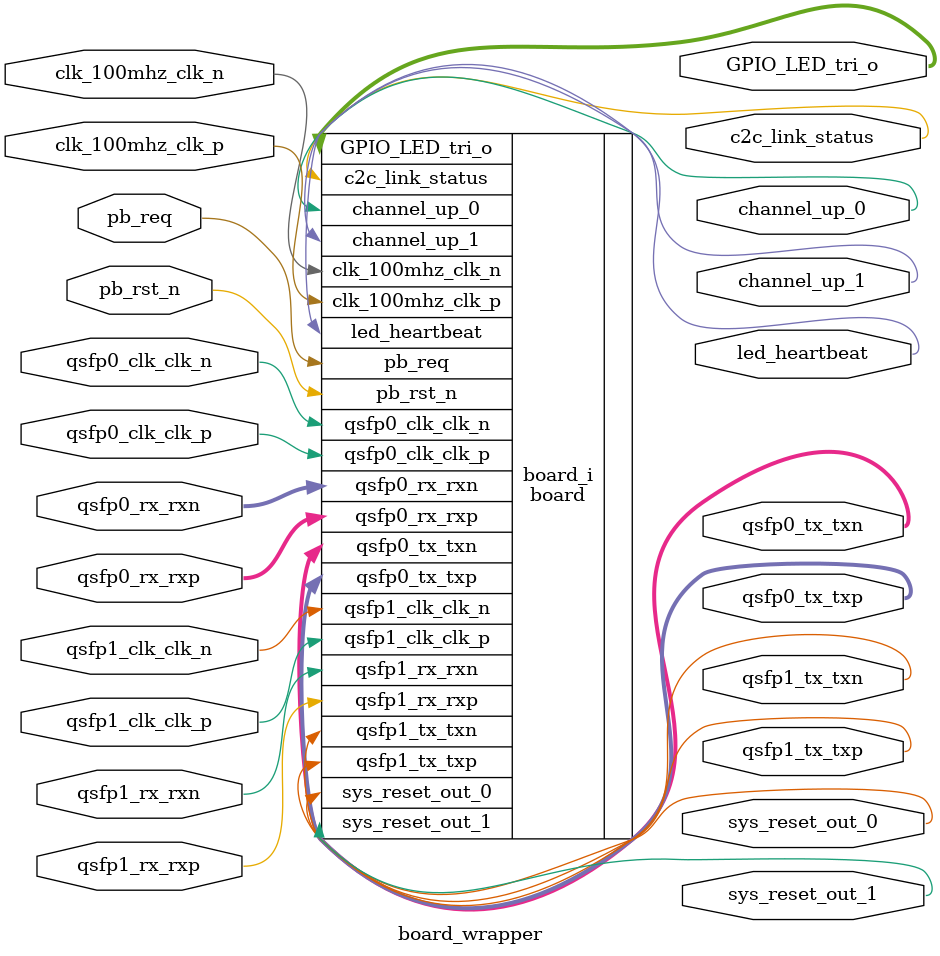
<source format=v>
`timescale 1 ps / 1 ps

module board_wrapper
   (GPIO_LED_tri_o,
    c2c_link_status,
    channel_up_0,
    channel_up_1,
    clk_100mhz_clk_n,
    clk_100mhz_clk_p,
    led_heartbeat,
    pb_req,
    pb_rst_n,
    qsfp0_clk_clk_n,
    qsfp0_clk_clk_p,
    qsfp0_rx_rxn,
    qsfp0_rx_rxp,
    qsfp0_tx_txn,
    qsfp0_tx_txp,
    qsfp1_clk_clk_n,
    qsfp1_clk_clk_p,
    qsfp1_rx_rxn,
    qsfp1_rx_rxp,
    qsfp1_tx_txn,
    qsfp1_tx_txp,
    sys_reset_out_0,
    sys_reset_out_1);
  output [3:0]GPIO_LED_tri_o;
  output c2c_link_status;
  output channel_up_0;
  output channel_up_1;
  input [0:0]clk_100mhz_clk_n;
  input [0:0]clk_100mhz_clk_p;
  output led_heartbeat;
  input pb_req;
  input pb_rst_n;
  input qsfp0_clk_clk_n;
  input qsfp0_clk_clk_p;
  input [0:3]qsfp0_rx_rxn;
  input [0:3]qsfp0_rx_rxp;
  output [0:3]qsfp0_tx_txn;
  output [0:3]qsfp0_tx_txp;
  input qsfp1_clk_clk_n;
  input qsfp1_clk_clk_p;
  input [0:0]qsfp1_rx_rxn;
  input [0:0]qsfp1_rx_rxp;
  output [0:0]qsfp1_tx_txn;
  output [0:0]qsfp1_tx_txp;
  output sys_reset_out_0;
  output sys_reset_out_1;

  wire [3:0]GPIO_LED_tri_o;
  wire c2c_link_status;
  wire channel_up_0;
  wire channel_up_1;
  wire [0:0]clk_100mhz_clk_n;
  wire [0:0]clk_100mhz_clk_p;
  wire led_heartbeat;
  wire pb_req;
  wire pb_rst_n;
  wire qsfp0_clk_clk_n;
  wire qsfp0_clk_clk_p;
  wire [0:3]qsfp0_rx_rxn;
  wire [0:3]qsfp0_rx_rxp;
  wire [0:3]qsfp0_tx_txn;
  wire [0:3]qsfp0_tx_txp;
  wire qsfp1_clk_clk_n;
  wire qsfp1_clk_clk_p;
  wire [0:0]qsfp1_rx_rxn;
  wire [0:0]qsfp1_rx_rxp;
  wire [0:0]qsfp1_tx_txn;
  wire [0:0]qsfp1_tx_txp;
  wire sys_reset_out_0;
  wire sys_reset_out_1;

  board board_i
       (.GPIO_LED_tri_o(GPIO_LED_tri_o),
        .c2c_link_status(c2c_link_status),
        .channel_up_0(channel_up_0),
        .channel_up_1(channel_up_1),
        .clk_100mhz_clk_n(clk_100mhz_clk_n),
        .clk_100mhz_clk_p(clk_100mhz_clk_p),
        .led_heartbeat(led_heartbeat),
        .pb_req(pb_req),
        .pb_rst_n(pb_rst_n),
        .qsfp0_clk_clk_n(qsfp0_clk_clk_n),
        .qsfp0_clk_clk_p(qsfp0_clk_clk_p),
        .qsfp0_rx_rxn(qsfp0_rx_rxn),
        .qsfp0_rx_rxp(qsfp0_rx_rxp),
        .qsfp0_tx_txn(qsfp0_tx_txn),
        .qsfp0_tx_txp(qsfp0_tx_txp),
        .qsfp1_clk_clk_n(qsfp1_clk_clk_n),
        .qsfp1_clk_clk_p(qsfp1_clk_clk_p),
        .qsfp1_rx_rxn(qsfp1_rx_rxn),
        .qsfp1_rx_rxp(qsfp1_rx_rxp),
        .qsfp1_tx_txn(qsfp1_tx_txn),
        .qsfp1_tx_txp(qsfp1_tx_txp),
        .sys_reset_out_0(sys_reset_out_0),
        .sys_reset_out_1(sys_reset_out_1));
endmodule

</source>
